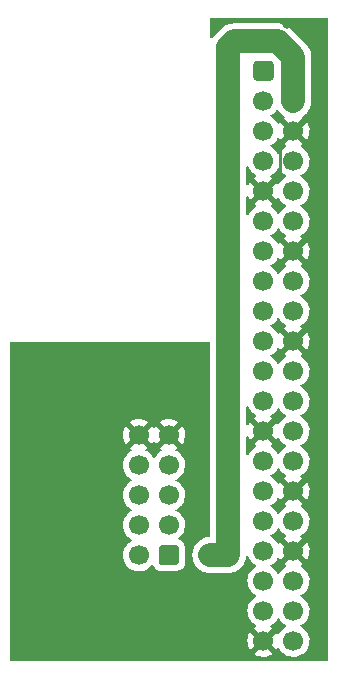
<source format=gbl>
G04 #@! TF.GenerationSoftware,KiCad,Pcbnew,5.99.0-unknown-15c4a7b06~104~ubuntu18.04.1*
G04 #@! TF.CreationDate,2020-09-30T21:22:49+01:00*
G04 #@! TF.ProjectId,nesta proto adapter,6e657374-6120-4707-926f-746f20616461,rev?*
G04 #@! TF.SameCoordinates,Original*
G04 #@! TF.FileFunction,Copper,L2,Bot*
G04 #@! TF.FilePolarity,Positive*
%FSLAX46Y46*%
G04 Gerber Fmt 4.6, Leading zero omitted, Abs format (unit mm)*
G04 Created by KiCad (PCBNEW 5.99.0-unknown-15c4a7b06~104~ubuntu18.04.1) date 2020-09-30 21:22:49*
%MOMM*%
%LPD*%
G01*
G04 APERTURE LIST*
G04 #@! TA.AperFunction,ComponentPad*
%ADD10C,1.700000*%
G04 #@! TD*
G04 #@! TA.AperFunction,ViaPad*
%ADD11C,0.800000*%
G04 #@! TD*
G04 #@! TA.AperFunction,Conductor*
%ADD12C,2.000000*%
G04 #@! TD*
G04 #@! TA.AperFunction,Conductor*
%ADD13C,0.250000*%
G04 #@! TD*
G04 APERTURE END LIST*
G04 #@! TA.AperFunction,ComponentPad*
G36*
G01*
X136650000Y-81100000D02*
X136650000Y-79900000D01*
G75*
G02*
X136900000Y-79650000I250000J0D01*
G01*
X138100000Y-79650000D01*
G75*
G02*
X138350000Y-79900000I0J-250000D01*
G01*
X138350000Y-81100000D01*
G75*
G02*
X138100000Y-81350000I-250000J0D01*
G01*
X136900000Y-81350000D01*
G75*
G02*
X136650000Y-81100000I0J250000D01*
G01*
G37*
G04 #@! TD.AperFunction*
D10*
X140040000Y-80500000D03*
X137500000Y-83040000D03*
X140040000Y-83040000D03*
X137500000Y-85580000D03*
X140040000Y-85580000D03*
X137500000Y-88120000D03*
X140040000Y-88120000D03*
X137500000Y-90660000D03*
X140040000Y-90660000D03*
X137500000Y-93200000D03*
X140040000Y-93200000D03*
X137500000Y-95740000D03*
X140040000Y-95740000D03*
X137500000Y-98280000D03*
X140040000Y-98280000D03*
X137500000Y-100820000D03*
X140040000Y-100820000D03*
X137500000Y-103360000D03*
X140040000Y-103360000D03*
X137500000Y-105900000D03*
X140040000Y-105900000D03*
X137500000Y-108440000D03*
X140040000Y-108440000D03*
X137500000Y-110980000D03*
X140040000Y-110980000D03*
X137500000Y-113520000D03*
X140040000Y-113520000D03*
X137500000Y-116060000D03*
X140040000Y-116060000D03*
X137500000Y-118600000D03*
X140040000Y-118600000D03*
X137500000Y-121140000D03*
X140040000Y-121140000D03*
X137500000Y-123680000D03*
X140040000Y-123680000D03*
X137500000Y-126220000D03*
X140040000Y-126220000D03*
X137500000Y-128760000D03*
X140040000Y-128760000D03*
G04 #@! TA.AperFunction,ComponentPad*
G36*
G01*
X130350000Y-120900000D02*
X130350000Y-122100000D01*
G75*
G02*
X130100000Y-122350000I-250000J0D01*
G01*
X128900000Y-122350000D01*
G75*
G02*
X128650000Y-122100000I0J250000D01*
G01*
X128650000Y-120900000D01*
G75*
G02*
X128900000Y-120650000I250000J0D01*
G01*
X130100000Y-120650000D01*
G75*
G02*
X130350000Y-120900000I0J-250000D01*
G01*
G37*
G04 #@! TD.AperFunction*
X126960000Y-121500000D03*
X129500000Y-118960000D03*
X126960000Y-118960000D03*
X129500000Y-116420000D03*
X126960000Y-116420000D03*
X129500000Y-113880000D03*
X126960000Y-113880000D03*
X129500000Y-111340000D03*
X126960000Y-111340000D03*
D11*
X133500000Y-121500000D03*
X134500000Y-121500000D03*
X132500000Y-121500000D03*
X128000000Y-109000000D03*
X139500000Y-76500000D03*
X131000000Y-106000000D03*
X121500000Y-118000000D03*
X129500000Y-107500000D03*
X124500000Y-123000000D03*
X142500000Y-84500000D03*
X123000000Y-107000000D03*
X122500000Y-122000000D03*
X132000000Y-110500000D03*
X121500000Y-114500000D03*
X142000000Y-125000000D03*
X142000000Y-93500000D03*
X142000000Y-120000000D03*
X129500000Y-109000000D03*
X142000000Y-107500000D03*
X130500000Y-124500000D03*
X142000000Y-88500000D03*
X132000000Y-112500000D03*
X132000000Y-114000000D03*
X142500000Y-78500000D03*
D12*
X140040000Y-80500000D02*
X140040000Y-83040000D01*
X140040000Y-79297919D02*
X140040000Y-80500000D01*
X135000000Y-78000000D02*
X138742081Y-78000000D01*
X138742081Y-78000000D02*
X140040000Y-79297919D01*
X134500000Y-121500000D02*
X134500000Y-78500000D01*
X133000000Y-121500000D02*
X134500000Y-121500000D01*
X134500000Y-78500000D02*
X135000000Y-78000000D01*
D13*
X138864999Y-86755001D02*
X140040000Y-85580000D01*
X138864999Y-89295001D02*
X138864999Y-86755001D01*
X137500000Y-90660000D02*
X138864999Y-89295001D01*
G04 #@! TA.AperFunction,Conductor*
G36*
X142991500Y-130500000D02*
G01*
X116000000Y-130500000D01*
X116000000Y-129884240D01*
X136734969Y-129884240D01*
X136770725Y-129911381D01*
X136975141Y-130017794D01*
X137194570Y-130088245D01*
X137422732Y-130120717D01*
X137653102Y-130114282D01*
X137879101Y-130069123D01*
X138094250Y-129986535D01*
X138265591Y-129884800D01*
X137500000Y-129119209D01*
X136734969Y-129884240D01*
X116000000Y-129884240D01*
X116000000Y-128746920D01*
X136137154Y-128746920D01*
X136154432Y-128976728D01*
X136210186Y-129200345D01*
X136302818Y-129411366D01*
X136376970Y-129523821D01*
X137140791Y-128760000D01*
X136377057Y-127996266D01*
X136315545Y-128085768D01*
X136218880Y-128294972D01*
X136158842Y-128517482D01*
X136137154Y-128746920D01*
X116000000Y-128746920D01*
X116000000Y-113866917D01*
X125597154Y-113866917D01*
X125597154Y-113866920D01*
X125614432Y-114096728D01*
X125670186Y-114320345D01*
X125762820Y-114531369D01*
X125889683Y-114723768D01*
X126047153Y-114892044D01*
X126174725Y-114988876D01*
X126230721Y-115031379D01*
X126422491Y-115131208D01*
X126154619Y-115326544D01*
X126066749Y-115390620D01*
X125906080Y-115555839D01*
X125775545Y-115745768D01*
X125678878Y-115954975D01*
X125618842Y-116177479D01*
X125597154Y-116406917D01*
X125597154Y-116406920D01*
X125614432Y-116636728D01*
X125670186Y-116860345D01*
X125762820Y-117071369D01*
X125889683Y-117263768D01*
X126047153Y-117432044D01*
X126174725Y-117528876D01*
X126230721Y-117571379D01*
X126422491Y-117671208D01*
X126154619Y-117866544D01*
X126066749Y-117930620D01*
X125906080Y-118095839D01*
X125775545Y-118285768D01*
X125678878Y-118494975D01*
X125618842Y-118717479D01*
X125597154Y-118946917D01*
X125597154Y-118946920D01*
X125614432Y-119176728D01*
X125670186Y-119400345D01*
X125762820Y-119611369D01*
X125889683Y-119803768D01*
X126047153Y-119972044D01*
X126174725Y-120068876D01*
X126230721Y-120111379D01*
X126422491Y-120211208D01*
X126073403Y-120465768D01*
X126066749Y-120470620D01*
X125906080Y-120635839D01*
X125775545Y-120825768D01*
X125678878Y-121034975D01*
X125618842Y-121257479D01*
X125602459Y-121430797D01*
X125597154Y-121486920D01*
X125614432Y-121716728D01*
X125670186Y-121940345D01*
X125762820Y-122151369D01*
X125889683Y-122343768D01*
X126047153Y-122512044D01*
X126230723Y-122651381D01*
X126435141Y-122757794D01*
X126654570Y-122828245D01*
X126882732Y-122860717D01*
X126882733Y-122860717D01*
X127113104Y-122854282D01*
X127339097Y-122809124D01*
X127339098Y-122809124D01*
X127339101Y-122809123D01*
X127554250Y-122726535D01*
X127680826Y-122651379D01*
X127752413Y-122608874D01*
X127920692Y-122465658D01*
X127927917Y-122459509D01*
X127969474Y-122409808D01*
X128014147Y-122356379D01*
X128095872Y-122258637D01*
X128317872Y-122604076D01*
X128484292Y-122748280D01*
X128484294Y-122748281D01*
X128684603Y-122839759D01*
X128766205Y-122851492D01*
X128847803Y-122863224D01*
X130133627Y-122863224D01*
X130418822Y-122801184D01*
X130604076Y-122682128D01*
X130748280Y-122515708D01*
X130749954Y-122512043D01*
X130839759Y-122315397D01*
X130853157Y-122222212D01*
X130863224Y-122152197D01*
X130863224Y-120866373D01*
X130801184Y-120581178D01*
X130682128Y-120395924D01*
X130515708Y-120251720D01*
X130473320Y-120232362D01*
X130315397Y-120160241D01*
X130315396Y-120160241D01*
X130230572Y-120121503D01*
X130292408Y-120068877D01*
X130292413Y-120068874D01*
X130457652Y-119928245D01*
X130467917Y-119919509D01*
X130509474Y-119869808D01*
X130615747Y-119742706D01*
X130731673Y-119543525D01*
X130769099Y-119443427D01*
X130812383Y-119327660D01*
X130855567Y-119101280D01*
X130858030Y-118844773D01*
X130819198Y-118617600D01*
X130742649Y-118400226D01*
X130630569Y-118198860D01*
X130630568Y-118198859D01*
X130630567Y-118198857D01*
X130527001Y-118070046D01*
X130486158Y-118019247D01*
X130313558Y-117866544D01*
X130268903Y-117838857D01*
X130117688Y-117745100D01*
X130117685Y-117745099D01*
X130025016Y-117687642D01*
X130094249Y-117646535D01*
X130094251Y-117646534D01*
X130292413Y-117528874D01*
X130430688Y-117411193D01*
X130467917Y-117379509D01*
X130509474Y-117329808D01*
X130586195Y-117238050D01*
X130615748Y-117202705D01*
X130731674Y-117003523D01*
X130812383Y-116787660D01*
X130855567Y-116561280D01*
X130858030Y-116304773D01*
X130819198Y-116077600D01*
X130742649Y-115860226D01*
X130630569Y-115658860D01*
X130630568Y-115658859D01*
X130630567Y-115658857D01*
X130527001Y-115530046D01*
X130486158Y-115479247D01*
X130313558Y-115326544D01*
X130313555Y-115326542D01*
X130117688Y-115205100D01*
X130117685Y-115205099D01*
X130025016Y-115147642D01*
X130094249Y-115106535D01*
X130094251Y-115106534D01*
X130292413Y-114988874D01*
X130457652Y-114848245D01*
X130467917Y-114839509D01*
X130509474Y-114789808D01*
X130615747Y-114662706D01*
X130731673Y-114463525D01*
X130769099Y-114363427D01*
X130812383Y-114247660D01*
X130855567Y-114021280D01*
X130858030Y-113764773D01*
X130819198Y-113537600D01*
X130742649Y-113320226D01*
X130630569Y-113118860D01*
X130630568Y-113118859D01*
X130630567Y-113118857D01*
X130527001Y-112990046D01*
X130486158Y-112939247D01*
X130313558Y-112786544D01*
X130197900Y-112714833D01*
X130117688Y-112665100D01*
X130117687Y-112665100D01*
X130025017Y-112607642D01*
X130265591Y-112464800D01*
X129500000Y-111699209D01*
X128734969Y-112464240D01*
X128770723Y-112491380D01*
X128962490Y-112591208D01*
X128694619Y-112786544D01*
X128606749Y-112850620D01*
X128446080Y-113015839D01*
X128315545Y-113205768D01*
X128315543Y-113205772D01*
X128217968Y-113347745D01*
X128090568Y-113118858D01*
X127946158Y-112939247D01*
X127773558Y-112786544D01*
X127657900Y-112714833D01*
X127577688Y-112665100D01*
X127577687Y-112665100D01*
X127485017Y-112607642D01*
X127725591Y-112464800D01*
X126960000Y-111699209D01*
X126194969Y-112464240D01*
X126230723Y-112491380D01*
X126422490Y-112591208D01*
X126154619Y-112786544D01*
X126066749Y-112850620D01*
X125906080Y-113015839D01*
X125775545Y-113205768D01*
X125678878Y-113414975D01*
X125618842Y-113637479D01*
X125597154Y-113866917D01*
X116000000Y-113866917D01*
X116000000Y-111326920D01*
X125597154Y-111326920D01*
X125614432Y-111556728D01*
X125670186Y-111780345D01*
X125762818Y-111991366D01*
X125836970Y-112103821D01*
X126600791Y-111340000D01*
X127319209Y-111340000D01*
X128085374Y-112106165D01*
X128222810Y-111870027D01*
X128376970Y-112103821D01*
X129140791Y-111340000D01*
X129859209Y-111340000D01*
X130625374Y-112106165D01*
X130731673Y-111923525D01*
X130812383Y-111707660D01*
X130855567Y-111481280D01*
X130858030Y-111224773D01*
X130819198Y-110997600D01*
X130742649Y-110780226D01*
X130630569Y-110578859D01*
X130626015Y-110573194D01*
X129859209Y-111340000D01*
X129140791Y-111340000D01*
X128377057Y-110576266D01*
X128217965Y-110807747D01*
X128090569Y-110578859D01*
X128086015Y-110573194D01*
X127319209Y-111340000D01*
X126600791Y-111340000D01*
X125837057Y-110576266D01*
X125775545Y-110665768D01*
X125678880Y-110874972D01*
X125618842Y-111097482D01*
X125597154Y-111326920D01*
X116000000Y-111326920D01*
X116000000Y-110216546D01*
X126195755Y-110216546D01*
X126959999Y-110980790D01*
X127724243Y-110216546D01*
X128735755Y-110216546D01*
X129499999Y-110980790D01*
X130264600Y-110216189D01*
X130117688Y-110125101D01*
X129904158Y-110038395D01*
X129679073Y-109988907D01*
X129448871Y-109978050D01*
X129220128Y-110006137D01*
X128999385Y-110072363D01*
X128792957Y-110174835D01*
X128735755Y-110216546D01*
X127724243Y-110216546D01*
X127724600Y-110216189D01*
X127577688Y-110125101D01*
X127364158Y-110038395D01*
X127139073Y-109988907D01*
X126908871Y-109978050D01*
X126680128Y-110006137D01*
X126459385Y-110072363D01*
X126252957Y-110174835D01*
X126195755Y-110216546D01*
X116000000Y-110216546D01*
X116000000Y-103500000D01*
X132991500Y-103500000D01*
X132991500Y-119985036D01*
X132925575Y-119991500D01*
X132925569Y-119991500D01*
X132705580Y-120013070D01*
X132422374Y-120098575D01*
X132198156Y-120217794D01*
X132161170Y-120237460D01*
X131931918Y-120424432D01*
X131743348Y-120652375D01*
X131743347Y-120652377D01*
X131602642Y-120912605D01*
X131515162Y-121195206D01*
X131484502Y-121486917D01*
X131484239Y-121489422D01*
X131511050Y-121784032D01*
X131569837Y-121983769D01*
X131594577Y-122067828D01*
X131731634Y-122329995D01*
X131731636Y-122329998D01*
X131917004Y-122560548D01*
X132143620Y-122750703D01*
X132169692Y-122765036D01*
X132402864Y-122893224D01*
X132543856Y-122937949D01*
X132684847Y-122982674D01*
X132725331Y-122986929D01*
X132930565Y-123008500D01*
X134420331Y-123008500D01*
X134461784Y-123012857D01*
X134489418Y-123015761D01*
X134489420Y-123015761D01*
X134512214Y-123013686D01*
X134569203Y-123008500D01*
X134574431Y-123008500D01*
X134641992Y-123001876D01*
X134721514Y-122994639D01*
X134784027Y-122988950D01*
X134784030Y-122988949D01*
X134784031Y-122988949D01*
X134789128Y-122987449D01*
X134794420Y-122986930D01*
X134794423Y-122986929D01*
X134794424Y-122986929D01*
X134841417Y-122972741D01*
X134931068Y-122945674D01*
X135067827Y-122905423D01*
X135072533Y-122902963D01*
X135075876Y-122901954D01*
X135077630Y-122901424D01*
X135166289Y-122854282D01*
X135203640Y-122834422D01*
X135329994Y-122768366D01*
X135334136Y-122765036D01*
X135338830Y-122762540D01*
X135338831Y-122762539D01*
X135338833Y-122762538D01*
X135449424Y-122672342D01*
X135560548Y-122582996D01*
X135563963Y-122578926D01*
X135568084Y-122575566D01*
X135659002Y-122465663D01*
X135750703Y-122356379D01*
X135753266Y-122351717D01*
X135756653Y-122347623D01*
X135824462Y-122222212D01*
X135893221Y-122097142D01*
X135893221Y-122097141D01*
X135893224Y-122097136D01*
X135894832Y-122092066D01*
X135897358Y-122087395D01*
X135897358Y-122087394D01*
X135897361Y-122087389D01*
X135939531Y-121951156D01*
X135942961Y-121940345D01*
X135982674Y-121815152D01*
X135983210Y-121810054D01*
X135984838Y-121804794D01*
X135997731Y-121682125D01*
X136024744Y-121616468D01*
X136082966Y-121575838D01*
X136153911Y-121573135D01*
X136215055Y-121609217D01*
X136238414Y-121644649D01*
X136302820Y-121791369D01*
X136429683Y-121983768D01*
X136587153Y-122152044D01*
X136714725Y-122248876D01*
X136770721Y-122291379D01*
X136962491Y-122391208D01*
X136663997Y-122608874D01*
X136606749Y-122650620D01*
X136446080Y-122815839D01*
X136315545Y-123005768D01*
X136218878Y-123214975D01*
X136158842Y-123437479D01*
X136137154Y-123666917D01*
X136137154Y-123666920D01*
X136154432Y-123896728D01*
X136210186Y-124120345D01*
X136302820Y-124331369D01*
X136429683Y-124523768D01*
X136587153Y-124692044D01*
X136714725Y-124788876D01*
X136770721Y-124831379D01*
X136962491Y-124931208D01*
X136694619Y-125126544D01*
X136606749Y-125190620D01*
X136446080Y-125355839D01*
X136315545Y-125545768D01*
X136218878Y-125754975D01*
X136158842Y-125977479D01*
X136137154Y-126206917D01*
X136137154Y-126206920D01*
X136154432Y-126436728D01*
X136210186Y-126660345D01*
X136302820Y-126871369D01*
X136429683Y-127063768D01*
X136587153Y-127232044D01*
X136770720Y-127371379D01*
X136796383Y-127384738D01*
X136962491Y-127471208D01*
X136735755Y-127636546D01*
X137499999Y-128400790D01*
X138264601Y-127636188D01*
X138025019Y-127487642D01*
X138220826Y-127371379D01*
X138292413Y-127328874D01*
X138467918Y-127179508D01*
X138615747Y-127002706D01*
X138731673Y-126803525D01*
X138731674Y-126803523D01*
X138762810Y-126750025D01*
X138842819Y-126871366D01*
X138842820Y-126871369D01*
X138928191Y-127000841D01*
X138969683Y-127063768D01*
X139127153Y-127232044D01*
X139254725Y-127328876D01*
X139310721Y-127371379D01*
X139502491Y-127471208D01*
X139234619Y-127666544D01*
X139146749Y-127730620D01*
X138986080Y-127895839D01*
X138855545Y-128085768D01*
X138855542Y-128085775D01*
X138757967Y-128227748D01*
X138630567Y-127998857D01*
X138626015Y-127993194D01*
X137859209Y-128760000D01*
X138625374Y-129526165D01*
X138762811Y-129290027D01*
X138842819Y-129411366D01*
X138842820Y-129411369D01*
X138916968Y-129523821D01*
X138969683Y-129603768D01*
X139127153Y-129772044D01*
X139310723Y-129911381D01*
X139515141Y-130017794D01*
X139734570Y-130088245D01*
X139962732Y-130120717D01*
X139962733Y-130120717D01*
X140193104Y-130114282D01*
X140419097Y-130069124D01*
X140419098Y-130069124D01*
X140419101Y-130069123D01*
X140634250Y-129986535D01*
X140760826Y-129911379D01*
X140832413Y-129868874D01*
X141007918Y-129719508D01*
X141155747Y-129542706D01*
X141166739Y-129523821D01*
X141271674Y-129343523D01*
X141352383Y-129127660D01*
X141395567Y-128901280D01*
X141398030Y-128644773D01*
X141359198Y-128417600D01*
X141282649Y-128200226D01*
X141170569Y-127998860D01*
X141168484Y-127996266D01*
X141026160Y-127819250D01*
X141026158Y-127819247D01*
X140853558Y-127666544D01*
X140805176Y-127636546D01*
X140657688Y-127545100D01*
X140657685Y-127545099D01*
X140565016Y-127487642D01*
X140634249Y-127446535D01*
X140634251Y-127446534D01*
X140832413Y-127328874D01*
X141007918Y-127179508D01*
X141155747Y-127002706D01*
X141271673Y-126803525D01*
X141309099Y-126703427D01*
X141352383Y-126587660D01*
X141395567Y-126361280D01*
X141398030Y-126104773D01*
X141359198Y-125877600D01*
X141282649Y-125660226D01*
X141170569Y-125458860D01*
X141170568Y-125458859D01*
X141170567Y-125458857D01*
X141026160Y-125279250D01*
X141026158Y-125279247D01*
X140853558Y-125126544D01*
X140853555Y-125126542D01*
X140657688Y-125005100D01*
X140657685Y-125005099D01*
X140565016Y-124947642D01*
X140634249Y-124906535D01*
X140634251Y-124906534D01*
X140832413Y-124788874D01*
X141007918Y-124639508D01*
X141155747Y-124462706D01*
X141271673Y-124263525D01*
X141309099Y-124163427D01*
X141352383Y-124047660D01*
X141395567Y-123821280D01*
X141398030Y-123564773D01*
X141359198Y-123337600D01*
X141282649Y-123120226D01*
X141170569Y-122918860D01*
X141170568Y-122918859D01*
X141170567Y-122918857D01*
X141049570Y-122768366D01*
X141026158Y-122739247D01*
X140853558Y-122586544D01*
X140847833Y-122582994D01*
X140657688Y-122465100D01*
X140657687Y-122465100D01*
X140565017Y-122407642D01*
X140805591Y-122264800D01*
X140040000Y-121499209D01*
X139274969Y-122264240D01*
X139310723Y-122291380D01*
X139502490Y-122391208D01*
X139203997Y-122608874D01*
X139146749Y-122650620D01*
X138986080Y-122815839D01*
X138855545Y-123005768D01*
X138855543Y-123005772D01*
X138757968Y-123147745D01*
X138630568Y-122918858D01*
X138486158Y-122739247D01*
X138313558Y-122586544D01*
X138307836Y-122582996D01*
X138117688Y-122465100D01*
X138117685Y-122465099D01*
X138025016Y-122407642D01*
X138094249Y-122366535D01*
X138094251Y-122366534D01*
X138266534Y-122264240D01*
X138292410Y-122248876D01*
X138292411Y-122248875D01*
X138292413Y-122248874D01*
X138467918Y-122099508D01*
X138615747Y-121922706D01*
X138626739Y-121903821D01*
X138762809Y-121670027D01*
X138916970Y-121903821D01*
X139680791Y-121140000D01*
X140399209Y-121140000D01*
X141165374Y-121906165D01*
X141271673Y-121723525D01*
X141352383Y-121507660D01*
X141395567Y-121281280D01*
X141398030Y-121024773D01*
X141359198Y-120797600D01*
X141282649Y-120580226D01*
X141170569Y-120378859D01*
X141166015Y-120373194D01*
X140399209Y-121140000D01*
X139680791Y-121140000D01*
X138917057Y-120376266D01*
X138757965Y-120607747D01*
X138742650Y-120580232D01*
X138742649Y-120580228D01*
X138630567Y-120378857D01*
X138555185Y-120285100D01*
X138486158Y-120199247D01*
X138313558Y-120046544D01*
X138265176Y-120016546D01*
X138117688Y-119925100D01*
X138117685Y-119925099D01*
X138025016Y-119867642D01*
X138094249Y-119826535D01*
X138094251Y-119826534D01*
X138292413Y-119708874D01*
X138467918Y-119559508D01*
X138615747Y-119382706D01*
X138731673Y-119183525D01*
X138731674Y-119183523D01*
X138762810Y-119130025D01*
X138842819Y-119251366D01*
X138842820Y-119251369D01*
X138928191Y-119380841D01*
X138969683Y-119443768D01*
X139127153Y-119612044D01*
X139310720Y-119751379D01*
X139336383Y-119764738D01*
X139502491Y-119851208D01*
X139275755Y-120016546D01*
X140039999Y-120780790D01*
X140804601Y-120016188D01*
X140565019Y-119867642D01*
X140775435Y-119742705D01*
X140832413Y-119708874D01*
X141007918Y-119559508D01*
X141155747Y-119382706D01*
X141271673Y-119183525D01*
X141274214Y-119176729D01*
X141352383Y-118967660D01*
X141395567Y-118741280D01*
X141398030Y-118484773D01*
X141359198Y-118257600D01*
X141282649Y-118040226D01*
X141170569Y-117838860D01*
X141170568Y-117838859D01*
X141170567Y-117838857D01*
X141026160Y-117659250D01*
X141026158Y-117659247D01*
X140853558Y-117506544D01*
X140737900Y-117434833D01*
X140657688Y-117385100D01*
X140657687Y-117385100D01*
X140565017Y-117327642D01*
X140805591Y-117184800D01*
X140040000Y-116419209D01*
X139274969Y-117184240D01*
X139310723Y-117211380D01*
X139502490Y-117311208D01*
X139234619Y-117506544D01*
X139146749Y-117570620D01*
X138986080Y-117735839D01*
X138855545Y-117925768D01*
X138855543Y-117925772D01*
X138757968Y-118067745D01*
X138630568Y-117838858D01*
X138486158Y-117659247D01*
X138313558Y-117506544D01*
X138313555Y-117506542D01*
X138117688Y-117385100D01*
X138117685Y-117385099D01*
X138025016Y-117327642D01*
X138094249Y-117286535D01*
X138094251Y-117286534D01*
X138292413Y-117168874D01*
X138467918Y-117019508D01*
X138615747Y-116842706D01*
X138626739Y-116823821D01*
X138762809Y-116590027D01*
X138916970Y-116823821D01*
X139680791Y-116060000D01*
X140399209Y-116060000D01*
X141165374Y-116826165D01*
X141271673Y-116643525D01*
X141352383Y-116427660D01*
X141395567Y-116201280D01*
X141398030Y-115944773D01*
X141359198Y-115717600D01*
X141282649Y-115500226D01*
X141170569Y-115298859D01*
X141166015Y-115293194D01*
X140399209Y-116060000D01*
X139680791Y-116060000D01*
X138917057Y-115296266D01*
X138757965Y-115527747D01*
X138742650Y-115500232D01*
X138742649Y-115500228D01*
X138630567Y-115298857D01*
X138555185Y-115205100D01*
X138486158Y-115119247D01*
X138313558Y-114966544D01*
X138265176Y-114936546D01*
X138117688Y-114845100D01*
X138117685Y-114845099D01*
X138025016Y-114787642D01*
X138094249Y-114746535D01*
X138094251Y-114746534D01*
X138292413Y-114628874D01*
X138467918Y-114479508D01*
X138615747Y-114302706D01*
X138731673Y-114103525D01*
X138731674Y-114103523D01*
X138762810Y-114050025D01*
X138842819Y-114171366D01*
X138842820Y-114171369D01*
X138928191Y-114300841D01*
X138969683Y-114363768D01*
X139127153Y-114532044D01*
X139310720Y-114671379D01*
X139336383Y-114684738D01*
X139502491Y-114771208D01*
X139275755Y-114936546D01*
X140039999Y-115700790D01*
X140804601Y-114936188D01*
X140565019Y-114787642D01*
X140775435Y-114662705D01*
X140832413Y-114628874D01*
X141007918Y-114479508D01*
X141155747Y-114302706D01*
X141271673Y-114103525D01*
X141274214Y-114096729D01*
X141352383Y-113887660D01*
X141395567Y-113661280D01*
X141398030Y-113404773D01*
X141359198Y-113177600D01*
X141282649Y-112960226D01*
X141170569Y-112758860D01*
X141170568Y-112758859D01*
X141170567Y-112758857D01*
X141048988Y-112607642D01*
X141026158Y-112579247D01*
X140853558Y-112426544D01*
X140853555Y-112426542D01*
X140657688Y-112305100D01*
X140657685Y-112305099D01*
X140565016Y-112247642D01*
X140634249Y-112206535D01*
X140634251Y-112206534D01*
X140806534Y-112104240D01*
X140832410Y-112088876D01*
X140832411Y-112088875D01*
X140832413Y-112088874D01*
X141007918Y-111939508D01*
X141155747Y-111762706D01*
X141166739Y-111743821D01*
X141271674Y-111563523D01*
X141352383Y-111347660D01*
X141395567Y-111121280D01*
X141398030Y-110864773D01*
X141359198Y-110637600D01*
X141282649Y-110420226D01*
X141170569Y-110218860D01*
X141168484Y-110216266D01*
X141087739Y-110115839D01*
X141026158Y-110039247D01*
X140853558Y-109886544D01*
X140805176Y-109856546D01*
X140657688Y-109765100D01*
X140657685Y-109765099D01*
X140565016Y-109707642D01*
X140634249Y-109666535D01*
X140634251Y-109666534D01*
X140832413Y-109548874D01*
X141007918Y-109399508D01*
X141155747Y-109222706D01*
X141271673Y-109023525D01*
X141319099Y-108896681D01*
X141352383Y-108807660D01*
X141395567Y-108581280D01*
X141398030Y-108324773D01*
X141359198Y-108097600D01*
X141282649Y-107880226D01*
X141170569Y-107678860D01*
X141170568Y-107678859D01*
X141170567Y-107678857D01*
X141026160Y-107499250D01*
X141026158Y-107499247D01*
X140853558Y-107346544D01*
X140853555Y-107346542D01*
X140657688Y-107225100D01*
X140657685Y-107225099D01*
X140565016Y-107167642D01*
X140634249Y-107126535D01*
X140634251Y-107126534D01*
X140832413Y-107008874D01*
X141007918Y-106859508D01*
X141155747Y-106682706D01*
X141271673Y-106483525D01*
X141319099Y-106356681D01*
X141352383Y-106267660D01*
X141395567Y-106041280D01*
X141398030Y-105784773D01*
X141359198Y-105557600D01*
X141282649Y-105340226D01*
X141170569Y-105138860D01*
X141170568Y-105138859D01*
X141170567Y-105138857D01*
X141026160Y-104959250D01*
X141026158Y-104959247D01*
X140853558Y-104806544D01*
X140737900Y-104734833D01*
X140657688Y-104685100D01*
X140657687Y-104685100D01*
X140565017Y-104627642D01*
X140805591Y-104484800D01*
X140040000Y-103719209D01*
X139274969Y-104484240D01*
X139310723Y-104511380D01*
X139502490Y-104611208D01*
X139234619Y-104806544D01*
X139146749Y-104870620D01*
X138986080Y-105035839D01*
X138855545Y-105225768D01*
X138855543Y-105225772D01*
X138757968Y-105367745D01*
X138630568Y-105138858D01*
X138486158Y-104959247D01*
X138313558Y-104806544D01*
X138313555Y-104806542D01*
X138117688Y-104685100D01*
X138117685Y-104685099D01*
X138025016Y-104627642D01*
X138094249Y-104586535D01*
X138094251Y-104586534D01*
X138292413Y-104468874D01*
X138467918Y-104319508D01*
X138615747Y-104142706D01*
X138626739Y-104123821D01*
X138762809Y-103890027D01*
X138916970Y-104123821D01*
X139680791Y-103360000D01*
X140399209Y-103360000D01*
X141165374Y-104126165D01*
X141271673Y-103943525D01*
X141352383Y-103727660D01*
X141395567Y-103501280D01*
X141398030Y-103244773D01*
X141359198Y-103017600D01*
X141282649Y-102800226D01*
X141170569Y-102598859D01*
X141166015Y-102593194D01*
X140399209Y-103360000D01*
X139680791Y-103360000D01*
X138917057Y-102596266D01*
X138757965Y-102827747D01*
X138742650Y-102800232D01*
X138742649Y-102800228D01*
X138630567Y-102598857D01*
X138558301Y-102508976D01*
X138486158Y-102419247D01*
X138313558Y-102266544D01*
X138265176Y-102236546D01*
X138117688Y-102145100D01*
X138117685Y-102145099D01*
X138025016Y-102087642D01*
X138094249Y-102046535D01*
X138094251Y-102046534D01*
X138292413Y-101928874D01*
X138467918Y-101779508D01*
X138615747Y-101602706D01*
X138636408Y-101567208D01*
X138762810Y-101350025D01*
X138842819Y-101471366D01*
X138842820Y-101471369D01*
X138906014Y-101567208D01*
X138969683Y-101663768D01*
X139127153Y-101832044D01*
X139310720Y-101971379D01*
X139336383Y-101984738D01*
X139502491Y-102071208D01*
X139275755Y-102236546D01*
X140039999Y-103000790D01*
X140804601Y-102236188D01*
X140565019Y-102087642D01*
X140760826Y-101971379D01*
X140832413Y-101928874D01*
X141007918Y-101779508D01*
X141155747Y-101602706D01*
X141176408Y-101567208D01*
X141271674Y-101403523D01*
X141352383Y-101187660D01*
X141395567Y-100961280D01*
X141398030Y-100704773D01*
X141359198Y-100477600D01*
X141282649Y-100260226D01*
X141170569Y-100058860D01*
X141170568Y-100058859D01*
X141170567Y-100058857D01*
X141026160Y-99879250D01*
X141026158Y-99879247D01*
X140853558Y-99726544D01*
X140853555Y-99726542D01*
X140657688Y-99605100D01*
X140657685Y-99605099D01*
X140565016Y-99547642D01*
X140634249Y-99506535D01*
X140634251Y-99506534D01*
X140832413Y-99388874D01*
X141007918Y-99239508D01*
X141155747Y-99062706D01*
X141271673Y-98863525D01*
X141319099Y-98736681D01*
X141352383Y-98647660D01*
X141395567Y-98421280D01*
X141398030Y-98164773D01*
X141359198Y-97937600D01*
X141282649Y-97720226D01*
X141170569Y-97518860D01*
X141170568Y-97518859D01*
X141170567Y-97518857D01*
X141026160Y-97339250D01*
X141026158Y-97339247D01*
X140853558Y-97186544D01*
X140737900Y-97114833D01*
X140657688Y-97065100D01*
X140657687Y-97065100D01*
X140565017Y-97007642D01*
X140805591Y-96864800D01*
X140040000Y-96099209D01*
X139274969Y-96864240D01*
X139310723Y-96891380D01*
X139502490Y-96991208D01*
X139234619Y-97186544D01*
X139146749Y-97250620D01*
X138986080Y-97415839D01*
X138855545Y-97605768D01*
X138855543Y-97605772D01*
X138757968Y-97747745D01*
X138630568Y-97518858D01*
X138486158Y-97339247D01*
X138313558Y-97186544D01*
X138313555Y-97186542D01*
X138117688Y-97065100D01*
X138117685Y-97065099D01*
X138025016Y-97007642D01*
X138094249Y-96966535D01*
X138094251Y-96966534D01*
X138292413Y-96848874D01*
X138467918Y-96699508D01*
X138615747Y-96522706D01*
X138626739Y-96503821D01*
X138762809Y-96270027D01*
X138916970Y-96503821D01*
X139680791Y-95740000D01*
X140399209Y-95740000D01*
X141165374Y-96506165D01*
X141271673Y-96323525D01*
X141352383Y-96107660D01*
X141395567Y-95881280D01*
X141398030Y-95624773D01*
X141359198Y-95397600D01*
X141282649Y-95180226D01*
X141170569Y-94978859D01*
X141166015Y-94973194D01*
X140399209Y-95740000D01*
X139680791Y-95740000D01*
X138917057Y-94976266D01*
X138757965Y-95207747D01*
X138742650Y-95180232D01*
X138742649Y-95180228D01*
X138630567Y-94978857D01*
X138584020Y-94920964D01*
X138486158Y-94799247D01*
X138313558Y-94646544D01*
X138265176Y-94616546D01*
X138117688Y-94525100D01*
X138117685Y-94525099D01*
X138025016Y-94467642D01*
X138094249Y-94426535D01*
X138094251Y-94426534D01*
X138292413Y-94308874D01*
X138467918Y-94159508D01*
X138615747Y-93982706D01*
X138731673Y-93783525D01*
X138731674Y-93783523D01*
X138762810Y-93730025D01*
X138842819Y-93851366D01*
X138842820Y-93851369D01*
X138928191Y-93980841D01*
X138969683Y-94043768D01*
X139127153Y-94212044D01*
X139310720Y-94351379D01*
X139336383Y-94364738D01*
X139502491Y-94451208D01*
X139275755Y-94616546D01*
X140039999Y-95380790D01*
X140804601Y-94616188D01*
X140565019Y-94467642D01*
X140760826Y-94351379D01*
X140832413Y-94308874D01*
X141007918Y-94159508D01*
X141155747Y-93982706D01*
X141271673Y-93783525D01*
X141319099Y-93656681D01*
X141352383Y-93567660D01*
X141395567Y-93341280D01*
X141398030Y-93084773D01*
X141359198Y-92857600D01*
X141282649Y-92640226D01*
X141170569Y-92438860D01*
X141170568Y-92438859D01*
X141170567Y-92438857D01*
X141026160Y-92259250D01*
X141026158Y-92259247D01*
X140853558Y-92106544D01*
X140853555Y-92106542D01*
X140657688Y-91985100D01*
X140657685Y-91985099D01*
X140565016Y-91927642D01*
X140634249Y-91886535D01*
X140634251Y-91886534D01*
X140832413Y-91768874D01*
X141007918Y-91619508D01*
X141155747Y-91442706D01*
X141166739Y-91423821D01*
X141271674Y-91243523D01*
X141352383Y-91027660D01*
X141395567Y-90801280D01*
X141398030Y-90544773D01*
X141359198Y-90317600D01*
X141282649Y-90100226D01*
X141170569Y-89898860D01*
X141168484Y-89896266D01*
X141026160Y-89719250D01*
X141026158Y-89719247D01*
X140853558Y-89566544D01*
X140805176Y-89536546D01*
X140657688Y-89445100D01*
X140657685Y-89445099D01*
X140565016Y-89387642D01*
X140634249Y-89346535D01*
X140634251Y-89346534D01*
X140832413Y-89228874D01*
X141007918Y-89079508D01*
X141155747Y-88902706D01*
X141271673Y-88703525D01*
X141319099Y-88576681D01*
X141352383Y-88487660D01*
X141395567Y-88261280D01*
X141398030Y-88004773D01*
X141359198Y-87777600D01*
X141282649Y-87560226D01*
X141170569Y-87358860D01*
X141170568Y-87358859D01*
X141170567Y-87358857D01*
X141026160Y-87179250D01*
X141026158Y-87179247D01*
X140853558Y-87026544D01*
X140737900Y-86954833D01*
X140657688Y-86905100D01*
X140657687Y-86905100D01*
X140565017Y-86847642D01*
X140805591Y-86704800D01*
X140040000Y-85939209D01*
X139274969Y-86704240D01*
X139310723Y-86731380D01*
X139502490Y-86831208D01*
X139234619Y-87026544D01*
X139146749Y-87090620D01*
X138986080Y-87255839D01*
X138855545Y-87445768D01*
X138855543Y-87445772D01*
X138757968Y-87587745D01*
X138630568Y-87358858D01*
X138486158Y-87179247D01*
X138313558Y-87026544D01*
X138313555Y-87026542D01*
X138117688Y-86905100D01*
X138117685Y-86905099D01*
X138025016Y-86847642D01*
X138094249Y-86806535D01*
X138094251Y-86806534D01*
X138292413Y-86688874D01*
X138467918Y-86539508D01*
X138615747Y-86362706D01*
X138626739Y-86343821D01*
X138762809Y-86110027D01*
X138916970Y-86343821D01*
X139680791Y-85580000D01*
X140399209Y-85580000D01*
X141165374Y-86346165D01*
X141271673Y-86163525D01*
X141352383Y-85947660D01*
X141395567Y-85721280D01*
X141398030Y-85464773D01*
X141359198Y-85237600D01*
X141282649Y-85020226D01*
X141170569Y-84818859D01*
X141166015Y-84813194D01*
X140399209Y-85580000D01*
X139680791Y-85580000D01*
X138917057Y-84816266D01*
X138757965Y-85047747D01*
X138742650Y-85020232D01*
X138742649Y-85020228D01*
X138630567Y-84818857D01*
X138584020Y-84760964D01*
X138486158Y-84639247D01*
X138313558Y-84486544D01*
X138247236Y-84445423D01*
X138117688Y-84365100D01*
X138117685Y-84365099D01*
X138025016Y-84307642D01*
X138094249Y-84266535D01*
X138094251Y-84266534D01*
X138292413Y-84148874D01*
X138467918Y-83999508D01*
X138554146Y-83896380D01*
X138674439Y-83752512D01*
X138964435Y-84108084D01*
X139192382Y-84296656D01*
X139366154Y-84390627D01*
X139275755Y-84456546D01*
X140040000Y-85220791D01*
X140804602Y-84456189D01*
X140737718Y-84414721D01*
X140922023Y-84266534D01*
X141100548Y-84122996D01*
X141160085Y-84052043D01*
X141290703Y-83896380D01*
X141369795Y-83752512D01*
X141433224Y-83637136D01*
X141522674Y-83355152D01*
X141548500Y-83109435D01*
X141548500Y-79380199D01*
X141555714Y-79313792D01*
X141548500Y-79231334D01*
X141548500Y-79223488D01*
X141547875Y-79217117D01*
X141542129Y-79158504D01*
X141529931Y-79019088D01*
X141529931Y-79019086D01*
X141527708Y-79011435D01*
X141526930Y-79003499D01*
X141486454Y-78869437D01*
X141447397Y-78735000D01*
X141443729Y-78727923D01*
X141441425Y-78720293D01*
X141375710Y-78596699D01*
X141311258Y-78472361D01*
X141311257Y-78472360D01*
X141311255Y-78472356D01*
X141306419Y-78466384D01*
X141302540Y-78459089D01*
X141302537Y-78459085D01*
X141115566Y-78229835D01*
X141055891Y-78180469D01*
X139866940Y-76991519D01*
X139825077Y-76939452D01*
X139761658Y-76886237D01*
X139756120Y-76880699D01*
X139705754Y-76839328D01*
X139598457Y-76749295D01*
X139598452Y-76749292D01*
X139591469Y-76745451D01*
X139585318Y-76740399D01*
X139462004Y-76674278D01*
X139400887Y-76640679D01*
X139339217Y-76606776D01*
X139331615Y-76604364D01*
X139324593Y-76600599D01*
X139190757Y-76559682D01*
X139057233Y-76517326D01*
X139049588Y-76516522D01*
X139041691Y-76514108D01*
X138747372Y-76484212D01*
X138670273Y-76491500D01*
X135082280Y-76491500D01*
X135015875Y-76484286D01*
X135015873Y-76484286D01*
X134988387Y-76486691D01*
X134933411Y-76491500D01*
X134925569Y-76491500D01*
X134919198Y-76492125D01*
X134860585Y-76497871D01*
X134743600Y-76508106D01*
X134721167Y-76510069D01*
X134713516Y-76512292D01*
X134705580Y-76513070D01*
X134571518Y-76553546D01*
X134437081Y-76592603D01*
X134430005Y-76596270D01*
X134422375Y-76598574D01*
X134411486Y-76604364D01*
X134298752Y-76664306D01*
X134174439Y-76728744D01*
X134168471Y-76733577D01*
X134161169Y-76737460D01*
X133931918Y-76924432D01*
X133919493Y-76939452D01*
X133882544Y-76984116D01*
X133491515Y-77375145D01*
X133439453Y-77417004D01*
X133386244Y-77480416D01*
X133380699Y-77485961D01*
X133339283Y-77536381D01*
X133249295Y-77643625D01*
X133245456Y-77650608D01*
X133240396Y-77656768D01*
X133237044Y-77663020D01*
X133187225Y-77713603D01*
X133117968Y-77729222D01*
X133051261Y-77704918D01*
X133008283Y-77648408D01*
X133000000Y-77603478D01*
X133000000Y-76000000D01*
X142991501Y-76000000D01*
X142991500Y-130500000D01*
G37*
G04 #@! TD.AperFunction*
G04 #@! TA.AperFunction,Conductor*
G36*
X136217012Y-108926175D02*
G01*
X136249873Y-108970753D01*
X136302820Y-109091369D01*
X136429683Y-109283768D01*
X136587153Y-109452044D01*
X136770720Y-109591379D01*
X136796383Y-109604738D01*
X136962491Y-109691208D01*
X136735755Y-109856546D01*
X137499999Y-110620790D01*
X138264601Y-109856188D01*
X138025019Y-109707642D01*
X138220826Y-109591379D01*
X138292413Y-109548874D01*
X138467918Y-109399508D01*
X138615747Y-109222706D01*
X138731673Y-109023525D01*
X138731674Y-109023523D01*
X138762810Y-108970025D01*
X138842819Y-109091366D01*
X138842820Y-109091369D01*
X138928191Y-109220841D01*
X138969683Y-109283768D01*
X139127153Y-109452044D01*
X139254725Y-109548876D01*
X139310721Y-109591379D01*
X139502491Y-109691208D01*
X139234619Y-109886544D01*
X139146749Y-109950620D01*
X138986080Y-110115839D01*
X138855545Y-110305768D01*
X138855542Y-110305775D01*
X138757967Y-110447748D01*
X138630567Y-110218857D01*
X138626015Y-110213194D01*
X137859209Y-110980000D01*
X138625374Y-111746165D01*
X138762811Y-111510027D01*
X138842819Y-111631366D01*
X138842820Y-111631369D01*
X138916968Y-111743821D01*
X138929421Y-111762706D01*
X138969684Y-111823769D01*
X139126519Y-111991366D01*
X139127153Y-111992044D01*
X139274967Y-112104240D01*
X139310721Y-112131379D01*
X139502491Y-112231208D01*
X139234619Y-112426544D01*
X139146749Y-112490620D01*
X138986080Y-112655839D01*
X138855545Y-112845768D01*
X138855543Y-112845772D01*
X138757968Y-112987745D01*
X138630568Y-112758858D01*
X138486158Y-112579247D01*
X138313558Y-112426544D01*
X138197900Y-112354833D01*
X138117688Y-112305100D01*
X138117687Y-112305100D01*
X138025017Y-112247642D01*
X138265591Y-112104800D01*
X137500000Y-111339209D01*
X136734969Y-112104240D01*
X136770723Y-112131380D01*
X136962490Y-112231208D01*
X136694619Y-112426544D01*
X136606749Y-112490620D01*
X136446080Y-112655839D01*
X136315545Y-112845768D01*
X136248879Y-112990048D01*
X136202149Y-113043494D01*
X136133940Y-113063194D01*
X136065909Y-113042889D01*
X136019655Y-112989028D01*
X136008500Y-112937195D01*
X136008500Y-111561399D01*
X136028502Y-111493278D01*
X136082158Y-111446785D01*
X136152432Y-111436681D01*
X136217012Y-111466175D01*
X136249873Y-111510753D01*
X136302818Y-111631366D01*
X136376970Y-111743821D01*
X137140791Y-110980000D01*
X136377057Y-110216266D01*
X136315545Y-110305768D01*
X136248880Y-110450045D01*
X136202150Y-110503493D01*
X136133941Y-110523193D01*
X136065909Y-110502889D01*
X136019655Y-110449027D01*
X136008500Y-110397194D01*
X136008500Y-109021399D01*
X136028502Y-108953278D01*
X136082158Y-108906785D01*
X136152432Y-108896681D01*
X136217012Y-108926175D01*
G37*
G04 #@! TD.AperFunction*
G04 #@! TA.AperFunction,Conductor*
G36*
X136217012Y-88606175D02*
G01*
X136249873Y-88650753D01*
X136302820Y-88771369D01*
X136429683Y-88963768D01*
X136587153Y-89132044D01*
X136770720Y-89271379D01*
X136796383Y-89284738D01*
X136962491Y-89371208D01*
X136735755Y-89536546D01*
X137499999Y-90300790D01*
X138264601Y-89536188D01*
X138025019Y-89387642D01*
X138220826Y-89271379D01*
X138292413Y-89228874D01*
X138467918Y-89079508D01*
X138615747Y-88902706D01*
X138731673Y-88703525D01*
X138731674Y-88703523D01*
X138762810Y-88650025D01*
X138842819Y-88771366D01*
X138842820Y-88771369D01*
X138928191Y-88900841D01*
X138969683Y-88963768D01*
X139127153Y-89132044D01*
X139254725Y-89228876D01*
X139310721Y-89271379D01*
X139502491Y-89371208D01*
X139234619Y-89566544D01*
X139146749Y-89630620D01*
X138986080Y-89795839D01*
X138855545Y-89985768D01*
X138855542Y-89985775D01*
X138757967Y-90127748D01*
X138630567Y-89898857D01*
X138626015Y-89893194D01*
X137859209Y-90660000D01*
X138625374Y-91426165D01*
X138762811Y-91190027D01*
X138842819Y-91311366D01*
X138842820Y-91311369D01*
X138916968Y-91423821D01*
X138969683Y-91503768D01*
X139127153Y-91672044D01*
X139254725Y-91768876D01*
X139310721Y-91811379D01*
X139502491Y-91911208D01*
X139234619Y-92106544D01*
X139146749Y-92170620D01*
X138986080Y-92335839D01*
X138855545Y-92525768D01*
X138855543Y-92525772D01*
X138757968Y-92667745D01*
X138630568Y-92438858D01*
X138486158Y-92259247D01*
X138313558Y-92106544D01*
X138197900Y-92034833D01*
X138117688Y-91985100D01*
X138117687Y-91985100D01*
X138025017Y-91927642D01*
X138265591Y-91784800D01*
X137500000Y-91019209D01*
X136734969Y-91784240D01*
X136770723Y-91811380D01*
X136962490Y-91911208D01*
X136694619Y-92106544D01*
X136606749Y-92170620D01*
X136446080Y-92335839D01*
X136315545Y-92525768D01*
X136248879Y-92670048D01*
X136202149Y-92723494D01*
X136133940Y-92743194D01*
X136065909Y-92722889D01*
X136019655Y-92669028D01*
X136008500Y-92617195D01*
X136008500Y-91241399D01*
X136028502Y-91173278D01*
X136082158Y-91126785D01*
X136152432Y-91116681D01*
X136217012Y-91146175D01*
X136249873Y-91190753D01*
X136302818Y-91311366D01*
X136376970Y-91423821D01*
X137140791Y-90660000D01*
X136377057Y-89896266D01*
X136315545Y-89985768D01*
X136248880Y-90130045D01*
X136202150Y-90183493D01*
X136133941Y-90203193D01*
X136065909Y-90182889D01*
X136019655Y-90129027D01*
X136008500Y-90077194D01*
X136008500Y-88701399D01*
X136028502Y-88633278D01*
X136082158Y-88586785D01*
X136152432Y-88576681D01*
X136217012Y-88606175D01*
G37*
G04 #@! TD.AperFunction*
M02*

</source>
